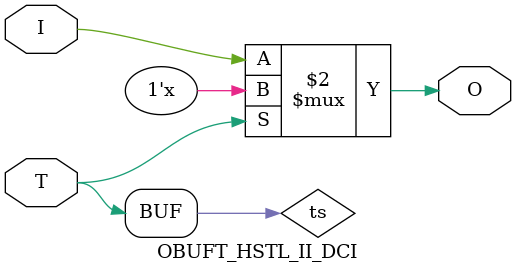
<source format=v>

/*

FUNCTION	: TRI-STATE OUTPUT BUFFER

*/

`celldefine
`timescale  100 ps / 10 ps

module OBUFT_HSTL_II_DCI (O, I, T);

    output O;

    input  I, T;

    or O1 (ts, 1'b0, T);
    bufif0 T1 (O, I, ts);

endmodule

</source>
